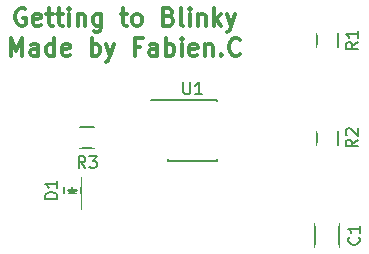
<source format=gto>
G04 #@! TF.FileFunction,Legend,Top*
%FSLAX46Y46*%
G04 Gerber Fmt 4.6, Leading zero omitted, Abs format (unit mm)*
G04 Created by KiCad (PCBNEW 4.0.3-stable) date 08/20/16 15:19:20*
%MOMM*%
%LPD*%
G01*
G04 APERTURE LIST*
%ADD10C,0.100000*%
%ADD11C,0.300000*%
%ADD12C,0.150000*%
%ADD13R,2.000000X2.400000*%
%ADD14R,1.598880X1.598880*%
%ADD15R,1.700000X1.900000*%
%ADD16R,1.900000X1.700000*%
%ADD17R,1.950000X1.000000*%
G04 APERTURE END LIST*
D10*
D11*
X130001428Y-88145000D02*
X129858571Y-88073571D01*
X129644285Y-88073571D01*
X129430000Y-88145000D01*
X129287142Y-88287857D01*
X129215714Y-88430714D01*
X129144285Y-88716429D01*
X129144285Y-88930714D01*
X129215714Y-89216429D01*
X129287142Y-89359286D01*
X129430000Y-89502143D01*
X129644285Y-89573571D01*
X129787142Y-89573571D01*
X130001428Y-89502143D01*
X130072857Y-89430714D01*
X130072857Y-88930714D01*
X129787142Y-88930714D01*
X131287142Y-89502143D02*
X131144285Y-89573571D01*
X130858571Y-89573571D01*
X130715714Y-89502143D01*
X130644285Y-89359286D01*
X130644285Y-88787857D01*
X130715714Y-88645000D01*
X130858571Y-88573571D01*
X131144285Y-88573571D01*
X131287142Y-88645000D01*
X131358571Y-88787857D01*
X131358571Y-88930714D01*
X130644285Y-89073571D01*
X131787142Y-88573571D02*
X132358571Y-88573571D01*
X132001428Y-88073571D02*
X132001428Y-89359286D01*
X132072856Y-89502143D01*
X132215714Y-89573571D01*
X132358571Y-89573571D01*
X132644285Y-88573571D02*
X133215714Y-88573571D01*
X132858571Y-88073571D02*
X132858571Y-89359286D01*
X132929999Y-89502143D01*
X133072857Y-89573571D01*
X133215714Y-89573571D01*
X133715714Y-89573571D02*
X133715714Y-88573571D01*
X133715714Y-88073571D02*
X133644285Y-88145000D01*
X133715714Y-88216429D01*
X133787142Y-88145000D01*
X133715714Y-88073571D01*
X133715714Y-88216429D01*
X134430000Y-88573571D02*
X134430000Y-89573571D01*
X134430000Y-88716429D02*
X134501428Y-88645000D01*
X134644286Y-88573571D01*
X134858571Y-88573571D01*
X135001428Y-88645000D01*
X135072857Y-88787857D01*
X135072857Y-89573571D01*
X136430000Y-88573571D02*
X136430000Y-89787857D01*
X136358571Y-89930714D01*
X136287143Y-90002143D01*
X136144286Y-90073571D01*
X135930000Y-90073571D01*
X135787143Y-90002143D01*
X136430000Y-89502143D02*
X136287143Y-89573571D01*
X136001429Y-89573571D01*
X135858571Y-89502143D01*
X135787143Y-89430714D01*
X135715714Y-89287857D01*
X135715714Y-88859286D01*
X135787143Y-88716429D01*
X135858571Y-88645000D01*
X136001429Y-88573571D01*
X136287143Y-88573571D01*
X136430000Y-88645000D01*
X138072857Y-88573571D02*
X138644286Y-88573571D01*
X138287143Y-88073571D02*
X138287143Y-89359286D01*
X138358571Y-89502143D01*
X138501429Y-89573571D01*
X138644286Y-89573571D01*
X139358572Y-89573571D02*
X139215714Y-89502143D01*
X139144286Y-89430714D01*
X139072857Y-89287857D01*
X139072857Y-88859286D01*
X139144286Y-88716429D01*
X139215714Y-88645000D01*
X139358572Y-88573571D01*
X139572857Y-88573571D01*
X139715714Y-88645000D01*
X139787143Y-88716429D01*
X139858572Y-88859286D01*
X139858572Y-89287857D01*
X139787143Y-89430714D01*
X139715714Y-89502143D01*
X139572857Y-89573571D01*
X139358572Y-89573571D01*
X142144286Y-88787857D02*
X142358572Y-88859286D01*
X142430000Y-88930714D01*
X142501429Y-89073571D01*
X142501429Y-89287857D01*
X142430000Y-89430714D01*
X142358572Y-89502143D01*
X142215714Y-89573571D01*
X141644286Y-89573571D01*
X141644286Y-88073571D01*
X142144286Y-88073571D01*
X142287143Y-88145000D01*
X142358572Y-88216429D01*
X142430000Y-88359286D01*
X142430000Y-88502143D01*
X142358572Y-88645000D01*
X142287143Y-88716429D01*
X142144286Y-88787857D01*
X141644286Y-88787857D01*
X143358572Y-89573571D02*
X143215714Y-89502143D01*
X143144286Y-89359286D01*
X143144286Y-88073571D01*
X143930000Y-89573571D02*
X143930000Y-88573571D01*
X143930000Y-88073571D02*
X143858571Y-88145000D01*
X143930000Y-88216429D01*
X144001428Y-88145000D01*
X143930000Y-88073571D01*
X143930000Y-88216429D01*
X144644286Y-88573571D02*
X144644286Y-89573571D01*
X144644286Y-88716429D02*
X144715714Y-88645000D01*
X144858572Y-88573571D01*
X145072857Y-88573571D01*
X145215714Y-88645000D01*
X145287143Y-88787857D01*
X145287143Y-89573571D01*
X146001429Y-89573571D02*
X146001429Y-88073571D01*
X146144286Y-89002143D02*
X146572857Y-89573571D01*
X146572857Y-88573571D02*
X146001429Y-89145000D01*
X147072858Y-88573571D02*
X147430001Y-89573571D01*
X147787143Y-88573571D02*
X147430001Y-89573571D01*
X147287143Y-89930714D01*
X147215715Y-90002143D01*
X147072858Y-90073571D01*
X128751429Y-92123571D02*
X128751429Y-90623571D01*
X129251429Y-91695000D01*
X129751429Y-90623571D01*
X129751429Y-92123571D01*
X131108572Y-92123571D02*
X131108572Y-91337857D01*
X131037143Y-91195000D01*
X130894286Y-91123571D01*
X130608572Y-91123571D01*
X130465715Y-91195000D01*
X131108572Y-92052143D02*
X130965715Y-92123571D01*
X130608572Y-92123571D01*
X130465715Y-92052143D01*
X130394286Y-91909286D01*
X130394286Y-91766429D01*
X130465715Y-91623571D01*
X130608572Y-91552143D01*
X130965715Y-91552143D01*
X131108572Y-91480714D01*
X132465715Y-92123571D02*
X132465715Y-90623571D01*
X132465715Y-92052143D02*
X132322858Y-92123571D01*
X132037144Y-92123571D01*
X131894286Y-92052143D01*
X131822858Y-91980714D01*
X131751429Y-91837857D01*
X131751429Y-91409286D01*
X131822858Y-91266429D01*
X131894286Y-91195000D01*
X132037144Y-91123571D01*
X132322858Y-91123571D01*
X132465715Y-91195000D01*
X133751429Y-92052143D02*
X133608572Y-92123571D01*
X133322858Y-92123571D01*
X133180001Y-92052143D01*
X133108572Y-91909286D01*
X133108572Y-91337857D01*
X133180001Y-91195000D01*
X133322858Y-91123571D01*
X133608572Y-91123571D01*
X133751429Y-91195000D01*
X133822858Y-91337857D01*
X133822858Y-91480714D01*
X133108572Y-91623571D01*
X135608572Y-92123571D02*
X135608572Y-90623571D01*
X135608572Y-91195000D02*
X135751429Y-91123571D01*
X136037143Y-91123571D01*
X136180000Y-91195000D01*
X136251429Y-91266429D01*
X136322858Y-91409286D01*
X136322858Y-91837857D01*
X136251429Y-91980714D01*
X136180000Y-92052143D01*
X136037143Y-92123571D01*
X135751429Y-92123571D01*
X135608572Y-92052143D01*
X136822858Y-91123571D02*
X137180001Y-92123571D01*
X137537143Y-91123571D02*
X137180001Y-92123571D01*
X137037143Y-92480714D01*
X136965715Y-92552143D01*
X136822858Y-92623571D01*
X139751429Y-91337857D02*
X139251429Y-91337857D01*
X139251429Y-92123571D02*
X139251429Y-90623571D01*
X139965715Y-90623571D01*
X141180000Y-92123571D02*
X141180000Y-91337857D01*
X141108571Y-91195000D01*
X140965714Y-91123571D01*
X140680000Y-91123571D01*
X140537143Y-91195000D01*
X141180000Y-92052143D02*
X141037143Y-92123571D01*
X140680000Y-92123571D01*
X140537143Y-92052143D01*
X140465714Y-91909286D01*
X140465714Y-91766429D01*
X140537143Y-91623571D01*
X140680000Y-91552143D01*
X141037143Y-91552143D01*
X141180000Y-91480714D01*
X141894286Y-92123571D02*
X141894286Y-90623571D01*
X141894286Y-91195000D02*
X142037143Y-91123571D01*
X142322857Y-91123571D01*
X142465714Y-91195000D01*
X142537143Y-91266429D01*
X142608572Y-91409286D01*
X142608572Y-91837857D01*
X142537143Y-91980714D01*
X142465714Y-92052143D01*
X142322857Y-92123571D01*
X142037143Y-92123571D01*
X141894286Y-92052143D01*
X143251429Y-92123571D02*
X143251429Y-91123571D01*
X143251429Y-90623571D02*
X143180000Y-90695000D01*
X143251429Y-90766429D01*
X143322857Y-90695000D01*
X143251429Y-90623571D01*
X143251429Y-90766429D01*
X144537143Y-92052143D02*
X144394286Y-92123571D01*
X144108572Y-92123571D01*
X143965715Y-92052143D01*
X143894286Y-91909286D01*
X143894286Y-91337857D01*
X143965715Y-91195000D01*
X144108572Y-91123571D01*
X144394286Y-91123571D01*
X144537143Y-91195000D01*
X144608572Y-91337857D01*
X144608572Y-91480714D01*
X143894286Y-91623571D01*
X145251429Y-91123571D02*
X145251429Y-92123571D01*
X145251429Y-91266429D02*
X145322857Y-91195000D01*
X145465715Y-91123571D01*
X145680000Y-91123571D01*
X145822857Y-91195000D01*
X145894286Y-91337857D01*
X145894286Y-92123571D01*
X146608572Y-91980714D02*
X146680000Y-92052143D01*
X146608572Y-92123571D01*
X146537143Y-92052143D01*
X146608572Y-91980714D01*
X146608572Y-92123571D01*
X148180001Y-91980714D02*
X148108572Y-92052143D01*
X147894286Y-92123571D01*
X147751429Y-92123571D01*
X147537144Y-92052143D01*
X147394286Y-91909286D01*
X147322858Y-91766429D01*
X147251429Y-91480714D01*
X147251429Y-91266429D01*
X147322858Y-90980714D01*
X147394286Y-90837857D01*
X147537144Y-90695000D01*
X147751429Y-90623571D01*
X147894286Y-90623571D01*
X148108572Y-90695000D01*
X148180001Y-90766429D01*
D12*
X156600000Y-108315000D02*
X156600000Y-106315000D01*
X154550000Y-106315000D02*
X154550000Y-108315000D01*
X134735000Y-105105000D02*
X134735000Y-102405000D01*
X133235000Y-105105000D02*
X133235000Y-102405000D01*
X134135000Y-103605000D02*
X133885000Y-103605000D01*
X133885000Y-103605000D02*
X134035000Y-103755000D01*
X133635000Y-103855000D02*
X134335000Y-103855000D01*
X133985000Y-103505000D02*
X133985000Y-103155000D01*
X133985000Y-103855000D02*
X133635000Y-103505000D01*
X133635000Y-103505000D02*
X134335000Y-103505000D01*
X134335000Y-103505000D02*
X133985000Y-103855000D01*
X154700000Y-91405000D02*
X154700000Y-90205000D01*
X156450000Y-90205000D02*
X156450000Y-91405000D01*
X154700000Y-99660000D02*
X154700000Y-98460000D01*
X156450000Y-98460000D02*
X156450000Y-99660000D01*
X134655000Y-98185000D02*
X135855000Y-98185000D01*
X135855000Y-99935000D02*
X134655000Y-99935000D01*
X142070000Y-95850000D02*
X142070000Y-95900000D01*
X146220000Y-95850000D02*
X146220000Y-95995000D01*
X146220000Y-101000000D02*
X146220000Y-100855000D01*
X142070000Y-101000000D02*
X142070000Y-100855000D01*
X142070000Y-95850000D02*
X146220000Y-95850000D01*
X142070000Y-101000000D02*
X146220000Y-101000000D01*
X142070000Y-95900000D02*
X140670000Y-95900000D01*
X158232143Y-107481666D02*
X158279762Y-107529285D01*
X158327381Y-107672142D01*
X158327381Y-107767380D01*
X158279762Y-107910238D01*
X158184524Y-108005476D01*
X158089286Y-108053095D01*
X157898810Y-108100714D01*
X157755952Y-108100714D01*
X157565476Y-108053095D01*
X157470238Y-108005476D01*
X157375000Y-107910238D01*
X157327381Y-107767380D01*
X157327381Y-107672142D01*
X157375000Y-107529285D01*
X157422619Y-107481666D01*
X158327381Y-106529285D02*
X158327381Y-107100714D01*
X158327381Y-106815000D02*
X157327381Y-106815000D01*
X157470238Y-106910238D01*
X157565476Y-107005476D01*
X157613095Y-107100714D01*
X132687381Y-104243095D02*
X131687381Y-104243095D01*
X131687381Y-104005000D01*
X131735000Y-103862142D01*
X131830238Y-103766904D01*
X131925476Y-103719285D01*
X132115952Y-103671666D01*
X132258810Y-103671666D01*
X132449286Y-103719285D01*
X132544524Y-103766904D01*
X132639762Y-103862142D01*
X132687381Y-104005000D01*
X132687381Y-104243095D01*
X132687381Y-102719285D02*
X132687381Y-103290714D01*
X132687381Y-103005000D02*
X131687381Y-103005000D01*
X131830238Y-103100238D01*
X131925476Y-103195476D01*
X131973095Y-103290714D01*
X158127381Y-90971666D02*
X157651190Y-91305000D01*
X158127381Y-91543095D02*
X157127381Y-91543095D01*
X157127381Y-91162142D01*
X157175000Y-91066904D01*
X157222619Y-91019285D01*
X157317857Y-90971666D01*
X157460714Y-90971666D01*
X157555952Y-91019285D01*
X157603571Y-91066904D01*
X157651190Y-91162142D01*
X157651190Y-91543095D01*
X158127381Y-90019285D02*
X158127381Y-90590714D01*
X158127381Y-90305000D02*
X157127381Y-90305000D01*
X157270238Y-90400238D01*
X157365476Y-90495476D01*
X157413095Y-90590714D01*
X158127381Y-99226666D02*
X157651190Y-99560000D01*
X158127381Y-99798095D02*
X157127381Y-99798095D01*
X157127381Y-99417142D01*
X157175000Y-99321904D01*
X157222619Y-99274285D01*
X157317857Y-99226666D01*
X157460714Y-99226666D01*
X157555952Y-99274285D01*
X157603571Y-99321904D01*
X157651190Y-99417142D01*
X157651190Y-99798095D01*
X157222619Y-98845714D02*
X157175000Y-98798095D01*
X157127381Y-98702857D01*
X157127381Y-98464761D01*
X157175000Y-98369523D01*
X157222619Y-98321904D01*
X157317857Y-98274285D01*
X157413095Y-98274285D01*
X157555952Y-98321904D01*
X158127381Y-98893333D01*
X158127381Y-98274285D01*
X135088334Y-101612381D02*
X134755000Y-101136190D01*
X134516905Y-101612381D02*
X134516905Y-100612381D01*
X134897858Y-100612381D01*
X134993096Y-100660000D01*
X135040715Y-100707619D01*
X135088334Y-100802857D01*
X135088334Y-100945714D01*
X135040715Y-101040952D01*
X134993096Y-101088571D01*
X134897858Y-101136190D01*
X134516905Y-101136190D01*
X135421667Y-100612381D02*
X136040715Y-100612381D01*
X135707381Y-100993333D01*
X135850239Y-100993333D01*
X135945477Y-101040952D01*
X135993096Y-101088571D01*
X136040715Y-101183810D01*
X136040715Y-101421905D01*
X135993096Y-101517143D01*
X135945477Y-101564762D01*
X135850239Y-101612381D01*
X135564524Y-101612381D01*
X135469286Y-101564762D01*
X135421667Y-101517143D01*
X143383095Y-94377381D02*
X143383095Y-95186905D01*
X143430714Y-95282143D01*
X143478333Y-95329762D01*
X143573571Y-95377381D01*
X143764048Y-95377381D01*
X143859286Y-95329762D01*
X143906905Y-95282143D01*
X143954524Y-95186905D01*
X143954524Y-94377381D01*
X144954524Y-95377381D02*
X144383095Y-95377381D01*
X144668809Y-95377381D02*
X144668809Y-94377381D01*
X144573571Y-94520238D01*
X144478333Y-94615476D01*
X144383095Y-94663095D01*
%LPC*%
D13*
X155575000Y-105315000D03*
X155575000Y-109315000D03*
D14*
X133985000Y-102455980D03*
X133985000Y-104554020D03*
D15*
X155575000Y-89455000D03*
X155575000Y-92155000D03*
X155575000Y-97710000D03*
X155575000Y-100410000D03*
D16*
X136605000Y-99060000D03*
X133905000Y-99060000D03*
D17*
X141445000Y-96520000D03*
X141445000Y-97790000D03*
X141445000Y-99060000D03*
X141445000Y-100330000D03*
X146845000Y-100330000D03*
X146845000Y-99060000D03*
X146845000Y-97790000D03*
X146845000Y-96520000D03*
M02*

</source>
